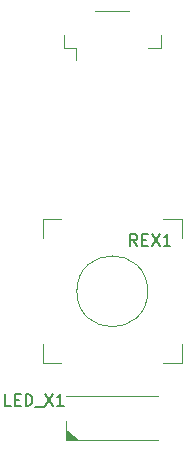
<source format=gbr>
%TF.GenerationSoftware,KiCad,Pcbnew,(6.0.5)*%
%TF.CreationDate,2022-08-05T18:45:46+09:00*%
%TF.ProjectId,ergotonic_f24_exre,6572676f-746f-46e6-9963-5f6632345f65,rev?*%
%TF.SameCoordinates,Original*%
%TF.FileFunction,Legend,Top*%
%TF.FilePolarity,Positive*%
%FSLAX46Y46*%
G04 Gerber Fmt 4.6, Leading zero omitted, Abs format (unit mm)*
G04 Created by KiCad (PCBNEW (6.0.5)) date 2022-08-05 18:45:46*
%MOMM*%
%LPD*%
G01*
G04 APERTURE LIST*
%ADD10C,0.150000*%
%ADD11C,0.120000*%
G04 APERTURE END LIST*
D10*
%TO.C,REX1*%
X2104761Y-92152380D02*
X1771428Y-91676190D01*
X1533333Y-92152380D02*
X1533333Y-91152380D01*
X1914285Y-91152380D01*
X2009523Y-91200000D01*
X2057142Y-91247619D01*
X2104761Y-91342857D01*
X2104761Y-91485714D01*
X2057142Y-91580952D01*
X2009523Y-91628571D01*
X1914285Y-91676190D01*
X1533333Y-91676190D01*
X2533333Y-91628571D02*
X2866666Y-91628571D01*
X3009523Y-92152380D02*
X2533333Y-92152380D01*
X2533333Y-91152380D01*
X3009523Y-91152380D01*
X3342857Y-91152380D02*
X4009523Y-92152380D01*
X4009523Y-91152380D02*
X3342857Y-92152380D01*
X4914285Y-92152380D02*
X4342857Y-92152380D01*
X4628571Y-92152380D02*
X4628571Y-91152380D01*
X4533333Y-91295238D01*
X4438095Y-91390476D01*
X4342857Y-91438095D01*
%TO.C,LED_X1*%
X-8576190Y-105702380D02*
X-9052380Y-105702380D01*
X-9052380Y-104702380D01*
X-8242857Y-105178571D02*
X-7909523Y-105178571D01*
X-7766666Y-105702380D02*
X-8242857Y-105702380D01*
X-8242857Y-104702380D01*
X-7766666Y-104702380D01*
X-7338095Y-105702380D02*
X-7338095Y-104702380D01*
X-7100000Y-104702380D01*
X-6957142Y-104750000D01*
X-6861904Y-104845238D01*
X-6814285Y-104940476D01*
X-6766666Y-105130952D01*
X-6766666Y-105273809D01*
X-6814285Y-105464285D01*
X-6861904Y-105559523D01*
X-6957142Y-105654761D01*
X-7100000Y-105702380D01*
X-7338095Y-105702380D01*
X-6576190Y-105797619D02*
X-5814285Y-105797619D01*
X-5671428Y-104702380D02*
X-5004761Y-105702380D01*
X-5004761Y-104702380D02*
X-5671428Y-105702380D01*
X-4100000Y-105702380D02*
X-4671428Y-105702380D01*
X-4385714Y-105702380D02*
X-4385714Y-104702380D01*
X-4480952Y-104845238D01*
X-4576190Y-104940476D01*
X-4671428Y-104988095D01*
D11*
%TO.C,REX1*%
X5900000Y-102100000D02*
X4300000Y-102100000D01*
X5900000Y-91500000D02*
X5900000Y-89900000D01*
X-4300000Y-102100000D02*
X-5900000Y-102100000D01*
X5900000Y-100500000D02*
X5900000Y-102100000D01*
X-5900000Y-91500000D02*
X-5900000Y-89900000D01*
X-5900000Y-102100000D02*
X-5900000Y-100500000D01*
X-4300000Y-89900000D02*
X-5900000Y-89900000D01*
X5900000Y-89900000D02*
X4300000Y-89900000D01*
X3000000Y-96000000D02*
G75*
G03*
X3000000Y-96000000I-3000000J0D01*
G01*
%TO.C,LED_X1*%
X-3900000Y-106950000D02*
X-3900000Y-108550000D01*
X-3900000Y-108550000D02*
X3900000Y-108550000D01*
X3900000Y-104850000D02*
X-3900000Y-104850000D01*
G36*
X-2946400Y-108528800D02*
G01*
X-3900000Y-108550000D01*
X-3900000Y-107750000D01*
X-2946400Y-108528800D01*
G37*
X-2946400Y-108528800D02*
X-3900000Y-108550000D01*
X-3900000Y-107750000D01*
X-2946400Y-108528800D01*
%TO.C,JX1*%
X-4110000Y-74260000D02*
X-4110000Y-75410000D01*
X-3060000Y-75410000D02*
X-3060000Y-76400000D01*
X-4110000Y-75410000D02*
X-3060000Y-75410000D01*
X-1440000Y-72290000D02*
X1440000Y-72290000D01*
X4110000Y-75410000D02*
X3060000Y-75410000D01*
X4110000Y-74260000D02*
X4110000Y-75410000D01*
%TD*%
M02*

</source>
